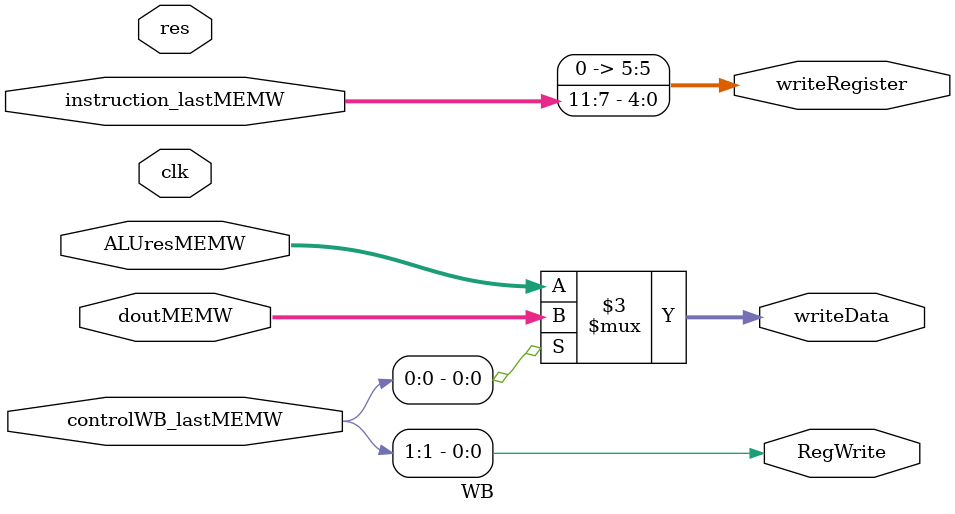
<source format=v>
module IF(
    input clk,
    input res,
    input PCSrc,
    input [31:0] Sum,
    
    output reg [31:0] pc,
    output reg [31:0] instruction
);
    always@(posedge clk)   //e nevoie aici pt a putea rula prima instructiune
        if(res)
            pc <= 0;
    
            
    reg [32 / 4 -1:0] mem [0:256 * 4 -1];
    
    initial begin
        $readmemh( "memory_code.mem", mem);     //initializare memorie
    end
    
    always@(posedge clk)
        if(!res)
            instruction = {mem[pc+3], mem[pc+2], mem[pc+1], mem[pc]};   //citim instr din mem de la adresa lui pc
        
    
    
    always@(posedge clk)begin   //ultima chestie de fct
        if(!res)
            if(PCSrc == 0)
                pc <= pc+4; 
            else
                pc <=  Sum;         //rezultatul sumatorului pt brenchuri
    end
endmodule

module ID(
    input        clk,
    input        res,
    input [31:0] oldinstruction,
    input [31:0] oldpc,
    input [31:0] writeData,
    input [5:0]  writeRegister,
    input        RegWrite,
    
    output reg [31:0] ReadData1,
    output reg [31:0] ReadData2,
    output reg [31:0] pc2,
    output reg [6:0]  imm,
    output reg [31:0] instruction2,
    output reg [1:0]  controlWB,  //bit 0 = RegWrite bit 1= MemToReg
    output reg [2:0]  controlMEM,     //{Branch,MemRead,MemWrite}
    output reg [2:0]  controlEX      //bit 0,1 = AluOP, bit 2 = AluSrc
);
    reg [31:0] mem [0:31];
    
    always@(posedge clk)begin
        if(res)begin
            ReadData2 <= 0;
            ReadData1 <= 0;
            mem[0] <= 0; mem[1] <= 0; mem[2] <= 0; mem[3] <= 0; mem[4] <= 0; mem[5] <= 0; mem[6] <= 0; mem[7] <= 0; 
            mem[8] <= 0; mem[9] <= 0; mem[10] <= 0; mem[11] <= 0; mem[12] <= 0; mem[13] <= 0; mem[14] <= 0; mem[15] <= 0;
            mem[16] <= 0; mem[17] <= 0; mem[18] <= 0; mem[19] <= 0; mem[20] <= 0; mem[21] <= 0; mem[22] <= 0; mem[23] <= 0;
            mem[24] <= 0; mem[25] <= 0; mem[26] <= 0; mem[27] <= 0; mem[28] <= 0; mem[29] <= 0; mem[30] <= 0; mem[31] <= 0;
        end
        else
            begin
                if(RegWrite)
                        mem[writeRegister] <= writeData;
                ReadData2 <= mem[oldinstruction[24:20]];
                ReadData1 <= mem[oldinstruction[19:15]];
            end
        
        case(oldinstruction[6:0])
            7'b0000011,
            7'b0001111,
            7'b0011011,
            7'b1100111,
            7'b1110011,
            7'b0010011: imm = { {20{oldinstruction[31]}}, oldinstruction[31:20]};
            7'b0100011: imm = { {20{oldinstruction[31]}}, oldinstruction[31:25], oldinstruction[11:7]};
            7'b1100011: imm = { {20{oldinstruction[31]}}, oldinstruction[7], oldinstruction[30:25], oldinstruction[11:8], 1'b0};            
            7'b1101111: imm = { {12{oldinstruction[31]}}, oldinstruction[19:12], oldinstruction[20], oldinstruction[30:25], oldinstruction[11:8], 1'b0};            
            7'b0010111,
            7'b0110111: imm = { oldinstruction[31:12], {12{1'b0}}}; 
            default:
                imm = 32'h0000_0000;
        endcase
    
    
            //asignari pt urmatoarea etapa
        pc2 <= oldpc;
        instruction2 <= oldinstruction;
    
    //////////////////// CONTROLUL////////////////////
    
        case(oldinstruction[6:0])  //opcode-ul instructiunii
            7'b0110011: {controlEX, controlMEM, controlWB} = 8'b10_0__0_0_0__1_0;  // R
            7'b0000011: {controlEX, controlMEM, controlWB} = 8'b00_1__0_1_0__1_1;  // lw
            7'b0100011: {controlEX, controlMEM, controlWB} = 8'b00_1__0_0_1__0_0;  // sw
            7'b1100011: {controlEX, controlMEM, controlWB} = 8'b01_0__1_0_0__0_0;  // beq
            
            7'b0010011: {controlEX, controlMEM, controlWB} = 8'b11_1__0_0_0__1_0;  // I
            
            default:
                {controlEX, controlMEM, controlWB} = 8'b0_0_0_0_0_0_00;
        endcase
    end 
endmodule


module EX(
    input        clk, 
    input        res,
    input [31:0] ReadData1IDEX,
    input [31:0] ReadData2IDEX,
    input [31:0] pc2IDEX,
    input [6:0]  immIDEX,
    input [31:0] instructionIDEX,
    input [1:0]  controlWBIDEX,      //bit 0 = RegWrite bit 1= MemToReg
    input [2:0]  controlMEMIDEX,     //{Branch,MemRead,MemWrite}
    input [2:0]  controlEXIDEX,       //bit 2,1 = AluOP, bit 0 = AluSrc
    input [5:0]  writeRegister,           //reg dest din ultimul etaj
    input [31:0] writeData,             //instr din ultimul etaj
    input [31:0] instruction_last,      //instr din urm etaj
    input [31:0] ALUres,             //data din urm etaj
    
    output reg [31:0] Sum,
    output reg        Zero,
    output reg [31:0] ALUresult,
    output reg [31:0] ReadData_next,
    output reg [31:0] Instruction_next,
    output reg [1:0]  controlWB_next,      //bit 0 = RegWrite bit 1= MemToReg
    output reg [2:0]  controlMEM_next,      //{Branch,MemRead,MemWrite}
    output reg        PCSrc,
    output reg [31:0] SumPC
);
    reg [2:0] alu_ctrl;
    reg [31:0] operand2;
    reg [31:0] operand1;
    
    ////////////////Sumatorul//////////////
    always@(posedge clk)begin                  
        Sum <= pc2IDEX + immIDEX;
    end
    
    /////////////////AluControl////////////
    always @(posedge clk) begin
    
        casex({controlEXIDEX[2:1] , instructionIDEX[31:25] , instructionIDEX[14:12]})
            12'b00_xxxxxxx_xxx: alu_ctrl = 4'b0010; // lw sw
            12'b01_xxxxxxx_xxx: alu_ctrl = 4'b0110; // beq
            
            12'b10_0000000_000: alu_ctrl = 4'b0010; // add
            12'b10_0100000_000: alu_ctrl = 4'b0110; // sub            
            12'b10_0000000_111: alu_ctrl = 4'b0000; // and
            12'b10_0000000_110: alu_ctrl = 4'b0001; // or
            12'b10_0000000_100: alu_ctrl = 4'b0011; // xor
            
            12'b11_xxxxxxx_000: alu_ctrl = 4'b0010; // addi
            12'b11_xxxxxxx_111: alu_ctrl = 4'b0000; // andi
            12'b11_xxxxxxx_110: alu_ctrl = 4'b0001; // ori
            12'b11_xxxxxxx_100: alu_ctrl = 4'b0011; // xori           
            
            default:
                alu_ctrl = 4'b0000;
        endcase  
    
    /////////////FORWARDING//////////
        operand1 = ReadData1IDEX;                      
        operand2 = (controlEXIDEX[0] ? immIDEX : ReadData2IDEX);  //in caz ca nu avem fwd ramane ca operanzii sa fie registrii normali
        
        if(instruction_last[11:7]==instructionIDEX[19:15])      //daca rd de la instr urm == rs1 de la instr curenta   
            operand1 = ALUres;
        if(instruction_last[11:7]==instructionIDEX[24:20])      ////daca rd de la instr urm == rs2 de la instr curenta
            operand2 =  ALUres;
        if(writeRegister == instructionIDEX[19:15])      //daca rd de la instr urm == rs1 de la instr curenta   
            operand1 = writeData;
        if(writeRegister == instructionIDEX[24:20])      ////daca rd de la instr urm == rs2 de la instr curenta
            operand2 =  writeData;
        
    /////////////ALU/////////////////
        
        
        case(alu_ctrl)
            4'b0010: ALUresult = operand1 + operand2;
            4'b0110: ALUresult = operand1 - operand2;
            4'b0000: ALUresult = operand1 & operand2;
            4'b0001: ALUresult = operand1 | operand2;
            4'b0011: ALUresult = operand1 ^ operand2;
            default:
                ALUresult = 32'hFFFF_FFFF;
        endcase
        Zero = ~(|ALUresult);  
    end
    
    always@(posedge clk)    
        case({ controlMEMIDEX[2],Zero})
            2'b11:  PCSrc = 1;
            default: PCSrc = 0;
        endcase
    
    ///////////PASARE DATE IN PIPELINE///////////////
     always@(posedge clk)begin                  
        controlWB_next  = controlWBIDEX;  
        controlMEM_next = controlMEMIDEX; 
        Instruction_next =  instructionIDEX;
        ReadData_next = ReadData2IDEX;
        SumPC = Sum-12;
    end
endmodule

module MEM(
    input             clk,
    input             res,
    input [31:0]      SumEXMEM,             
    input             ZeroEXMEM,            
    input [31:0]      ALUresultEXMEM,       
    input [31:0]      ReadData_nextEXMEM,   
    input [31:0]      Instruction_nextEXMEM,
    input [1:0]       controlWB_nextEXMEM,  
    input [2:0]       controlMEM_nextEXMEM,  
    
    output reg [31:0] dout,
    output reg [31:0] instruction_last,
    output reg [31:0] ALUres,
    output reg [1:0]  controlWB_last
);
    
    reg [32 / 4 - 1:0] memory [0:256 * 4 - 1];
    
    always@(posedge clk)begin
        casex({controlMEM_nextEXMEM[1],controlMEM_nextEXMEM[0]}) //MemRead si MemWrite
            2'b10:  dout = { memory[ALUresultEXMEM+3], memory[ALUresultEXMEM+2], memory[ALUresultEXMEM+1], memory[ALUresultEXMEM] };
            2'b01:  { memory[ALUresultEXMEM+3], memory[ALUresultEXMEM+2], memory[ALUresultEXMEM+1], memory[ALUresultEXMEM] } = ReadData_nextEXMEM;
            default: dout = 32'hFFFF_FFFF;
        endcase
    end
          
            
    always@(posedge clk)begin
        ALUres = ALUresultEXMEM;
        controlWB_last = controlWB_nextEXMEM;
        instruction_last = Instruction_nextEXMEM;
    end  
    
    initial begin
        $readmemh( "memory_data.mem", memory);
    end
   
endmodule


module WB(
    input            clk,
    input            res,
    
    input [31:0]     doutMEMW,            
    input [31:0]     instruction_lastMEMW,
    input [31:0]     ALUresMEMW,          
    input [1:0]      controlWB_lastMEMW,   
    
    output reg       RegWrite,
    output reg[31:0] writeData,
    output reg [5:0] writeRegister
);
    always@(controlWB_lastMEMW or doutMEMW or instruction_lastMEMW or ALUresMEMW)begin
        RegWrite = controlWB_lastMEMW[1];
        if(controlWB_lastMEMW[0])
            writeData = doutMEMW;
        else begin
            writeData = ALUresMEMW;
            end
        writeRegister = instruction_lastMEMW[11:7];
    end
endmodule
</source>
